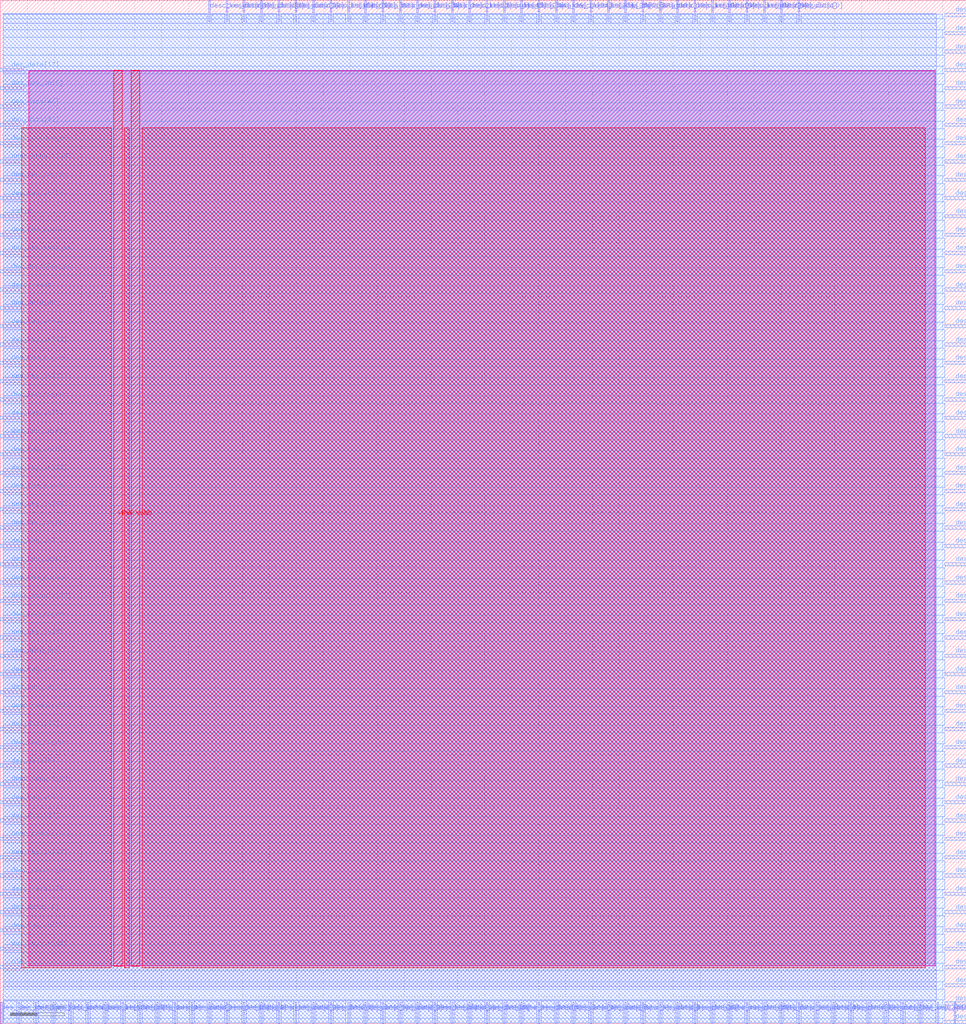
<source format=lef>
VERSION 5.7 ;
  NOWIREEXTENSIONATPIN ON ;
  DIVIDERCHAR "/" ;
  BUSBITCHARS "[]" ;
MACRO des_core
  CLASS BLOCK ;
  FOREIGN des_core ;
  ORIGIN 0.000 0.000 ;
  SIZE 179.400 BY 190.120 ;
  PIN VGND
    DIRECTION INOUT ;
    USE GROUND ;
    PORT
      LAYER met4 ;
        RECT 24.340 10.640 25.940 177.040 ;
    END
  END VGND
  PIN VPWR
    DIRECTION INOUT ;
    USE POWER ;
    PORT
      LAYER met4 ;
        RECT 21.040 10.640 22.640 177.040 ;
    END
  END VPWR
  PIN clk
    DIRECTION INPUT ;
    USE SIGNAL ;
    ANTENNAGATEAREA 0.852000 ;
    PORT
      LAYER met3 ;
        RECT 0.000 10.240 4.000 10.840 ;
    END
  END clk
  PIN des_data[0]
    DIRECTION INPUT ;
    USE SIGNAL ;
    ANTENNAGATEAREA 0.196500 ;
    PORT
      LAYER met2 ;
        RECT 148.210 186.120 148.490 190.120 ;
    END
  END des_data[0]
  PIN des_data[10]
    DIRECTION INPUT ;
    USE SIGNAL ;
    ANTENNAGATEAREA 0.196500 ;
    PORT
      LAYER met2 ;
        RECT 12.970 0.000 13.250 4.000 ;
    END
  END des_data[10]
  PIN des_data[11]
    DIRECTION INPUT ;
    USE SIGNAL ;
    ANTENNAGATEAREA 0.196500 ;
    PORT
      LAYER met2 ;
        RECT 164.310 0.000 164.590 4.000 ;
    END
  END des_data[11]
  PIN des_data[12]
    DIRECTION INPUT ;
    USE SIGNAL ;
    ANTENNAGATEAREA 0.196500 ;
    PORT
      LAYER met2 ;
        RECT 41.950 186.120 42.230 190.120 ;
    END
  END des_data[12]
  PIN des_data[13]
    DIRECTION INPUT ;
    USE SIGNAL ;
    ANTENNAGATEAREA 0.196500 ;
    PORT
      LAYER met3 ;
        RECT 0.000 176.840 4.000 177.440 ;
    END
  END des_data[13]
  PIN des_data[14]
    DIRECTION INPUT ;
    USE SIGNAL ;
    ANTENNAGATEAREA 0.196500 ;
    PORT
      LAYER met2 ;
        RECT 25.850 0.000 26.130 4.000 ;
    END
  END des_data[14]
  PIN des_data[15]
    DIRECTION INPUT ;
    USE SIGNAL ;
    ANTENNAGATEAREA 0.196500 ;
    PORT
      LAYER met2 ;
        RECT 48.390 0.000 48.670 4.000 ;
    END
  END des_data[15]
  PIN des_data[16]
    DIRECTION INPUT ;
    USE SIGNAL ;
    ANTENNAGATEAREA 0.196500 ;
    PORT
      LAYER met3 ;
        RECT 175.400 34.040 179.400 34.640 ;
    END
  END des_data[16]
  PIN des_data[17]
    DIRECTION INPUT ;
    USE SIGNAL ;
    ANTENNAGATEAREA 0.196500 ;
    PORT
      LAYER met3 ;
        RECT 175.400 13.640 179.400 14.240 ;
    END
  END des_data[17]
  PIN des_data[18]
    DIRECTION INPUT ;
    USE SIGNAL ;
    ANTENNAGATEAREA 0.196500 ;
    PORT
      LAYER met2 ;
        RECT 122.450 186.120 122.730 190.120 ;
    END
  END des_data[18]
  PIN des_data[19]
    DIRECTION INPUT ;
    USE SIGNAL ;
    ANTENNAGATEAREA 0.196500 ;
    PORT
      LAYER met2 ;
        RECT 119.230 186.120 119.510 190.120 ;
    END
  END des_data[19]
  PIN des_data[1]
    DIRECTION INPUT ;
    USE SIGNAL ;
    ANTENNAGATEAREA 0.196500 ;
    PORT
      LAYER met3 ;
        RECT 175.400 159.840 179.400 160.440 ;
    END
  END des_data[1]
  PIN des_data[20]
    DIRECTION INPUT ;
    USE SIGNAL ;
    ANTENNAGATEAREA 0.196500 ;
    PORT
      LAYER met2 ;
        RECT 80.590 186.120 80.870 190.120 ;
    END
  END des_data[20]
  PIN des_data[21]
    DIRECTION INPUT ;
    USE SIGNAL ;
    ANTENNAGATEAREA 0.196500 ;
    PORT
      LAYER met2 ;
        RECT 64.490 186.120 64.770 190.120 ;
    END
  END des_data[21]
  PIN des_data[22]
    DIRECTION INPUT ;
    USE SIGNAL ;
    ANTENNAGATEAREA 0.196500 ;
    PORT
      LAYER met2 ;
        RECT 54.830 0.000 55.110 4.000 ;
    END
  END des_data[22]
  PIN des_data[23]
    DIRECTION INPUT ;
    USE SIGNAL ;
    ANTENNAGATEAREA 0.196500 ;
    PORT
      LAYER met2 ;
        RECT 74.150 0.000 74.430 4.000 ;
    END
  END des_data[23]
  PIN des_data[24]
    DIRECTION INPUT ;
    USE SIGNAL ;
    ANTENNAGATEAREA 0.196500 ;
    PORT
      LAYER met3 ;
        RECT 175.400 51.040 179.400 51.640 ;
    END
  END des_data[24]
  PIN des_data[25]
    DIRECTION INPUT ;
    USE SIGNAL ;
    ANTENNAGATEAREA 0.196500 ;
    PORT
      LAYER met3 ;
        RECT 175.400 61.240 179.400 61.840 ;
    END
  END des_data[25]
  PIN des_data[26]
    DIRECTION INPUT ;
    USE SIGNAL ;
    ANTENNAGATEAREA 0.196500 ;
    PORT
      LAYER met2 ;
        RECT 99.910 186.120 100.190 190.120 ;
    END
  END des_data[26]
  PIN des_data[27]
    DIRECTION INPUT ;
    USE SIGNAL ;
    ANTENNAGATEAREA 0.196500 ;
    PORT
      LAYER met2 ;
        RECT 116.010 186.120 116.290 190.120 ;
    END
  END des_data[27]
  PIN des_data[28]
    DIRECTION INPUT ;
    USE SIGNAL ;
    ANTENNAGATEAREA 0.196500 ;
    PORT
      LAYER met2 ;
        RECT 45.170 0.000 45.450 4.000 ;
    END
  END des_data[28]
  PIN des_data[29]
    DIRECTION INPUT ;
    USE SIGNAL ;
    ANTENNAGATEAREA 0.196500 ;
    PORT
      LAYER met2 ;
        RECT 54.830 186.120 55.110 190.120 ;
    END
  END des_data[29]
  PIN des_data[2]
    DIRECTION INPUT ;
    USE SIGNAL ;
    ANTENNAGATEAREA 0.196500 ;
    PORT
      LAYER met2 ;
        RECT 90.250 0.000 90.530 4.000 ;
    END
  END des_data[2]
  PIN des_data[30]
    DIRECTION INPUT ;
    USE SIGNAL ;
    ANTENNAGATEAREA 0.196500 ;
    PORT
      LAYER met2 ;
        RECT 67.710 0.000 67.990 4.000 ;
    END
  END des_data[30]
  PIN des_data[31]
    DIRECTION INPUT ;
    USE SIGNAL ;
    ANTENNAGATEAREA 0.196500 ;
    PORT
      LAYER met2 ;
        RECT 61.270 0.000 61.550 4.000 ;
    END
  END des_data[31]
  PIN des_data[32]
    DIRECTION INPUT ;
    USE SIGNAL ;
    ANTENNAGATEAREA 0.196500 ;
    PORT
      LAYER met3 ;
        RECT 175.400 125.840 179.400 126.440 ;
    END
  END des_data[32]
  PIN des_data[33]
    DIRECTION INPUT ;
    USE SIGNAL ;
    ANTENNAGATEAREA 0.196500 ;
    PORT
      LAYER met3 ;
        RECT 175.400 176.840 179.400 177.440 ;
    END
  END des_data[33]
  PIN des_data[34]
    DIRECTION INPUT ;
    USE SIGNAL ;
    ANTENNAGATEAREA 0.196500 ;
    PORT
      LAYER met3 ;
        RECT 175.400 6.840 179.400 7.440 ;
    END
  END des_data[34]
  PIN des_data[35]
    DIRECTION INPUT ;
    USE SIGNAL ;
    ANTENNAGATEAREA 0.196500 ;
    PORT
      LAYER met2 ;
        RECT 157.870 0.000 158.150 4.000 ;
    END
  END des_data[35]
  PIN des_data[36]
    DIRECTION INPUT ;
    USE SIGNAL ;
    ANTENNAGATEAREA 0.196500 ;
    PORT
      LAYER met3 ;
        RECT 0.000 20.440 4.000 21.040 ;
    END
  END des_data[36]
  PIN des_data[37]
    DIRECTION INPUT ;
    USE SIGNAL ;
    ANTENNAGATEAREA 0.196500 ;
    PORT
      LAYER met3 ;
        RECT 0.000 37.440 4.000 38.040 ;
    END
  END des_data[37]
  PIN des_data[38]
    DIRECTION INPUT ;
    USE SIGNAL ;
    ANTENNAGATEAREA 0.196500 ;
    PORT
      LAYER met2 ;
        RECT 144.990 0.000 145.270 4.000 ;
    END
  END des_data[38]
  PIN des_data[39]
    DIRECTION INPUT ;
    USE SIGNAL ;
    ANTENNAGATEAREA 0.196500 ;
    PORT
      LAYER met2 ;
        RECT 151.430 0.000 151.710 4.000 ;
    END
  END des_data[39]
  PIN des_data[3]
    DIRECTION INPUT ;
    USE SIGNAL ;
    ANTENNAGATEAREA 0.196500 ;
    PORT
      LAYER met2 ;
        RECT 112.790 0.000 113.070 4.000 ;
    END
  END des_data[3]
  PIN des_data[40]
    DIRECTION INPUT ;
    USE SIGNAL ;
    ANTENNAGATEAREA 0.196500 ;
    PORT
      LAYER met2 ;
        RECT 83.810 0.000 84.090 4.000 ;
    END
  END des_data[40]
  PIN des_data[41]
    DIRECTION INPUT ;
    USE SIGNAL ;
    ANTENNAGATEAREA 0.196500 ;
    PORT
      LAYER met2 ;
        RECT 99.910 0.000 100.190 4.000 ;
    END
  END des_data[41]
  PIN des_data[42]
    DIRECTION INPUT ;
    USE SIGNAL ;
    ANTENNAGATEAREA 0.196500 ;
    PORT
      LAYER met3 ;
        RECT 175.400 91.840 179.400 92.440 ;
    END
  END des_data[42]
  PIN des_data[43]
    DIRECTION INPUT ;
    USE SIGNAL ;
    ANTENNAGATEAREA 0.196500 ;
    PORT
      LAYER met3 ;
        RECT 175.400 74.840 179.400 75.440 ;
    END
  END des_data[43]
  PIN des_data[44]
    DIRECTION INPUT ;
    USE SIGNAL ;
    ANTENNAGATEAREA 0.196500 ;
    PORT
      LAYER met2 ;
        RECT 96.690 186.120 96.970 190.120 ;
    END
  END des_data[44]
  PIN des_data[45]
    DIRECTION INPUT ;
    USE SIGNAL ;
    ANTENNAGATEAREA 0.196500 ;
    PORT
      LAYER met2 ;
        RECT 77.370 186.120 77.650 190.120 ;
    END
  END des_data[45]
  PIN des_data[46]
    DIRECTION INPUT ;
    USE SIGNAL ;
    ANTENNAGATEAREA 0.196500 ;
    PORT
      LAYER met3 ;
        RECT 0.000 170.040 4.000 170.640 ;
    END
  END des_data[46]
  PIN des_data[47]
    DIRECTION INPUT ;
    USE SIGNAL ;
    ANTENNAGATEAREA 0.196500 ;
    PORT
      LAYER met3 ;
        RECT 0.000 166.640 4.000 167.240 ;
    END
  END des_data[47]
  PIN des_data[48]
    DIRECTION INPUT ;
    USE SIGNAL ;
    ANTENNAGATEAREA 0.196500 ;
    PORT
      LAYER met2 ;
        RECT 106.350 0.000 106.630 4.000 ;
    END
  END des_data[48]
  PIN des_data[49]
    DIRECTION INPUT ;
    USE SIGNAL ;
    ANTENNAGATEAREA 0.196500 ;
    PORT
      LAYER met2 ;
        RECT 132.110 0.000 132.390 4.000 ;
    END
  END des_data[49]
  PIN des_data[4]
    DIRECTION INPUT ;
    USE SIGNAL ;
    ANTENNAGATEAREA 0.196500 ;
    PORT
      LAYER met2 ;
        RECT 29.070 0.000 29.350 4.000 ;
    END
  END des_data[4]
  PIN des_data[50]
    DIRECTION INPUT ;
    USE SIGNAL ;
    ANTENNAGATEAREA 0.196500 ;
    PORT
      LAYER met3 ;
        RECT 175.400 173.440 179.400 174.040 ;
    END
  END des_data[50]
  PIN des_data[51]
    DIRECTION INPUT ;
    USE SIGNAL ;
    ANTENNAGATEAREA 0.196500 ;
    PORT
      LAYER met3 ;
        RECT 175.400 139.440 179.400 140.040 ;
    END
  END des_data[51]
  PIN des_data[52]
    DIRECTION INPUT ;
    USE SIGNAL ;
    ANTENNAGATEAREA 0.196500 ;
    PORT
      LAYER met2 ;
        RECT 22.630 0.000 22.910 4.000 ;
    END
  END des_data[52]
  PIN des_data[53]
    DIRECTION INPUT ;
    USE SIGNAL ;
    ANTENNAGATEAREA 0.196500 ;
    PORT
      LAYER met3 ;
        RECT 0.000 68.040 4.000 68.640 ;
    END
  END des_data[53]
  PIN des_data[54]
    DIRECTION INPUT ;
    USE SIGNAL ;
    ANTENNAGATEAREA 0.196500 ;
    PORT
      LAYER met3 ;
        RECT 0.000 47.640 4.000 48.240 ;
    END
  END des_data[54]
  PIN des_data[55]
    DIRECTION INPUT ;
    USE SIGNAL ;
    ANTENNAGATEAREA 0.196500 ;
    PORT
      LAYER met3 ;
        RECT 0.000 54.440 4.000 55.040 ;
    END
  END des_data[55]
  PIN des_data[56]
    DIRECTION INPUT ;
    USE SIGNAL ;
    ANTENNAGATEAREA 0.196500 ;
    PORT
      LAYER met2 ;
        RECT 138.550 0.000 138.830 4.000 ;
    END
  END des_data[56]
  PIN des_data[57]
    DIRECTION INPUT ;
    USE SIGNAL ;
    ANTENNAGATEAREA 0.196500 ;
    PORT
      LAYER met2 ;
        RECT 141.770 0.000 142.050 4.000 ;
    END
  END des_data[57]
  PIN des_data[58]
    DIRECTION INPUT ;
    USE SIGNAL ;
    ANTENNAGATEAREA 0.196500 ;
    PORT
      LAYER met2 ;
        RECT 141.770 186.120 142.050 190.120 ;
    END
  END des_data[58]
  PIN des_data[59]
    DIRECTION INPUT ;
    USE SIGNAL ;
    ANTENNAGATEAREA 0.196500 ;
    PORT
      LAYER met2 ;
        RECT 132.110 186.120 132.390 190.120 ;
    END
  END des_data[59]
  PIN des_data[5]
    DIRECTION INPUT ;
    USE SIGNAL ;
    ANTENNAGATEAREA 0.196500 ;
    PORT
      LAYER met2 ;
        RECT 35.510 0.000 35.790 4.000 ;
    END
  END des_data[5]
  PIN des_data[60]
    DIRECTION INPUT ;
    USE SIGNAL ;
    ANTENNAGATEAREA 0.196500 ;
    PORT
      LAYER met2 ;
        RECT 70.930 186.120 71.210 190.120 ;
    END
  END des_data[60]
  PIN des_data[61]
    DIRECTION INPUT ;
    USE SIGNAL ;
    ANTENNAGATEAREA 0.196500 ;
    PORT
      LAYER met2 ;
        RECT 48.390 186.120 48.670 190.120 ;
    END
  END des_data[61]
  PIN des_data[62]
    DIRECTION INPUT ;
    USE SIGNAL ;
    ANTENNAGATEAREA 0.196500 ;
    PORT
      LAYER met2 ;
        RECT 67.710 186.120 67.990 190.120 ;
    END
  END des_data[62]
  PIN des_data[63]
    DIRECTION INPUT ;
    USE SIGNAL ;
    ANTENNAGATEAREA 0.196500 ;
    PORT
      LAYER met3 ;
        RECT 0.000 132.640 4.000 133.240 ;
    END
  END des_data[63]
  PIN des_data[6]
    DIRECTION INPUT ;
    USE SIGNAL ;
    ANTENNAGATEAREA 0.196500 ;
    PORT
      LAYER met2 ;
        RECT 93.470 0.000 93.750 4.000 ;
    END
  END des_data[6]
  PIN des_data[7]
    DIRECTION INPUT ;
    USE SIGNAL ;
    ANTENNAGATEAREA 0.196500 ;
    PORT
      LAYER met2 ;
        RECT 116.010 0.000 116.290 4.000 ;
    END
  END des_data[7]
  PIN des_data[8]
    DIRECTION INPUT ;
    USE SIGNAL ;
    ANTENNAGATEAREA 0.196500 ;
    PORT
      LAYER met2 ;
        RECT 128.890 0.000 129.170 4.000 ;
    END
  END des_data[8]
  PIN des_data[9]
    DIRECTION INPUT ;
    USE SIGNAL ;
    ANTENNAGATEAREA 0.196500 ;
    PORT
      LAYER met2 ;
        RECT 122.450 0.000 122.730 4.000 ;
    END
  END des_data[9]
  PIN des_decipher_en
    DIRECTION INPUT ;
    USE SIGNAL ;
    ANTENNAGATEAREA 0.196500 ;
    PORT
      LAYER met3 ;
        RECT 0.000 139.440 4.000 140.040 ;
    END
  END des_decipher_en
  PIN des_encipher_en
    DIRECTION INPUT ;
    USE SIGNAL ;
    ANTENNAGATEAREA 0.196500 ;
    PORT
      LAYER met3 ;
        RECT 0.000 142.840 4.000 143.440 ;
    END
  END des_encipher_en
  PIN des_key_in[0]
    DIRECTION INPUT ;
    USE SIGNAL ;
    PORT
      LAYER met2 ;
        RECT 6.530 0.000 6.810 4.000 ;
    END
  END des_key_in[0]
  PIN des_key_in[10]
    DIRECTION INPUT ;
    USE SIGNAL ;
    ANTENNAGATEAREA 0.196500 ;
    PORT
      LAYER met3 ;
        RECT 175.400 102.040 179.400 102.640 ;
    END
  END des_key_in[10]
  PIN des_key_in[11]
    DIRECTION INPUT ;
    USE SIGNAL ;
    ANTENNAGATEAREA 0.196500 ;
    PORT
      LAYER met3 ;
        RECT 175.400 166.640 179.400 167.240 ;
    END
  END des_key_in[11]
  PIN des_key_in[12]
    DIRECTION INPUT ;
    USE SIGNAL ;
    ANTENNAGATEAREA 0.196500 ;
    PORT
      LAYER met3 ;
        RECT 0.000 122.440 4.000 123.040 ;
    END
  END des_key_in[12]
  PIN des_key_in[13]
    DIRECTION INPUT ;
    USE SIGNAL ;
    ANTENNAGATEAREA 0.196500 ;
    PORT
      LAYER met3 ;
        RECT 0.000 156.440 4.000 157.040 ;
    END
  END des_key_in[13]
  PIN des_key_in[14]
    DIRECTION INPUT ;
    USE SIGNAL ;
    ANTENNAGATEAREA 0.196500 ;
    PORT
      LAYER met3 ;
        RECT 0.000 64.640 4.000 65.240 ;
    END
  END des_key_in[14]
  PIN des_key_in[15]
    DIRECTION INPUT ;
    USE SIGNAL ;
    ANTENNAGATEAREA 0.196500 ;
    PORT
      LAYER met3 ;
        RECT 0.000 98.640 4.000 99.240 ;
    END
  END des_key_in[15]
  PIN des_key_in[16]
    DIRECTION INPUT ;
    USE SIGNAL ;
    PORT
      LAYER met2 ;
        RECT 9.750 0.000 10.030 4.000 ;
    END
  END des_key_in[16]
  PIN des_key_in[17]
    DIRECTION INPUT ;
    USE SIGNAL ;
    ANTENNAGATEAREA 0.196500 ;
    PORT
      LAYER met3 ;
        RECT 175.400 95.240 179.400 95.840 ;
    END
  END des_key_in[17]
  PIN des_key_in[18]
    DIRECTION INPUT ;
    USE SIGNAL ;
    ANTENNAGATEAREA 0.196500 ;
    PORT
      LAYER met3 ;
        RECT 175.400 170.040 179.400 170.640 ;
    END
  END des_key_in[18]
  PIN des_key_in[19]
    DIRECTION INPUT ;
    USE SIGNAL ;
    ANTENNAGATEAREA 0.196500 ;
    PORT
      LAYER met3 ;
        RECT 175.400 187.040 179.400 187.640 ;
    END
  END des_key_in[19]
  PIN des_key_in[1]
    DIRECTION INPUT ;
    USE SIGNAL ;
    ANTENNAGATEAREA 0.196500 ;
    PORT
      LAYER met3 ;
        RECT 175.400 68.040 179.400 68.640 ;
    END
  END des_key_in[1]
  PIN des_key_in[20]
    DIRECTION INPUT ;
    USE SIGNAL ;
    ANTENNAGATEAREA 0.196500 ;
    PORT
      LAYER met3 ;
        RECT 0.000 153.040 4.000 153.640 ;
    END
  END des_key_in[20]
  PIN des_key_in[21]
    DIRECTION INPUT ;
    USE SIGNAL ;
    ANTENNAGATEAREA 0.196500 ;
    PORT
      LAYER met3 ;
        RECT 0.000 119.040 4.000 119.640 ;
    END
  END des_key_in[21]
  PIN des_key_in[22]
    DIRECTION INPUT ;
    USE SIGNAL ;
    ANTENNAGATEAREA 0.196500 ;
    PORT
      LAYER met3 ;
        RECT 0.000 17.040 4.000 17.640 ;
    END
  END des_key_in[22]
  PIN des_key_in[23]
    DIRECTION INPUT ;
    USE SIGNAL ;
    ANTENNAGATEAREA 0.196500 ;
    PORT
      LAYER met3 ;
        RECT 0.000 61.240 4.000 61.840 ;
    END
  END des_key_in[23]
  PIN des_key_in[24]
    DIRECTION INPUT ;
    USE SIGNAL ;
    PORT
      LAYER met2 ;
        RECT 170.750 0.000 171.030 4.000 ;
    END
  END des_key_in[24]
  PIN des_key_in[25]
    DIRECTION INPUT ;
    USE SIGNAL ;
    ANTENNAGATEAREA 0.196500 ;
    PORT
      LAYER met3 ;
        RECT 175.400 0.040 179.400 0.640 ;
    END
  END des_key_in[25]
  PIN des_key_in[26]
    DIRECTION INPUT ;
    USE SIGNAL ;
    ANTENNAGATEAREA 0.196500 ;
    PORT
      LAYER met2 ;
        RECT 112.790 186.120 113.070 190.120 ;
    END
  END des_key_in[26]
  PIN des_key_in[27]
    DIRECTION INPUT ;
    USE SIGNAL ;
    ANTENNAGATEAREA 0.196500 ;
    PORT
      LAYER met3 ;
        RECT 175.400 180.240 179.400 180.840 ;
    END
  END des_key_in[27]
  PIN des_key_in[28]
    DIRECTION INPUT ;
    USE SIGNAL ;
    ANTENNAGATEAREA 0.196500 ;
    PORT
      LAYER met3 ;
        RECT 0.000 102.040 4.000 102.640 ;
    END
  END des_key_in[28]
  PIN des_key_in[29]
    DIRECTION INPUT ;
    USE SIGNAL ;
    ANTENNAGATEAREA 0.196500 ;
    PORT
      LAYER met3 ;
        RECT 0.000 115.640 4.000 116.240 ;
    END
  END des_key_in[29]
  PIN des_key_in[2]
    DIRECTION INPUT ;
    USE SIGNAL ;
    ANTENNAGATEAREA 0.196500 ;
    PORT
      LAYER met3 ;
        RECT 175.400 112.240 179.400 112.840 ;
    END
  END des_key_in[2]
  PIN des_key_in[30]
    DIRECTION INPUT ;
    USE SIGNAL ;
    ANTENNAGATEAREA 0.196500 ;
    PORT
      LAYER met3 ;
        RECT 0.000 81.640 4.000 82.240 ;
    END
  END des_key_in[30]
  PIN des_key_in[31]
    DIRECTION INPUT ;
    USE SIGNAL ;
    ANTENNAGATEAREA 0.196500 ;
    PORT
      LAYER met3 ;
        RECT 0.000 88.440 4.000 89.040 ;
    END
  END des_key_in[31]
  PIN des_key_in[32]
    DIRECTION INPUT ;
    USE SIGNAL ;
    PORT
      LAYER met2 ;
        RECT 167.530 0.000 167.810 4.000 ;
    END
  END des_key_in[32]
  PIN des_key_in[33]
    DIRECTION INPUT ;
    USE SIGNAL ;
    ANTENNAGATEAREA 0.196500 ;
    PORT
      LAYER met3 ;
        RECT 175.400 88.440 179.400 89.040 ;
    END
  END des_key_in[33]
  PIN des_key_in[34]
    DIRECTION INPUT ;
    USE SIGNAL ;
    ANTENNAGATEAREA 0.196500 ;
    PORT
      LAYER met2 ;
        RECT 103.130 186.120 103.410 190.120 ;
    END
  END des_key_in[34]
  PIN des_key_in[35]
    DIRECTION INPUT ;
    USE SIGNAL ;
    ANTENNAGATEAREA 0.196500 ;
    PORT
      LAYER met3 ;
        RECT 175.400 183.640 179.400 184.240 ;
    END
  END des_key_in[35]
  PIN des_key_in[36]
    DIRECTION INPUT ;
    USE SIGNAL ;
    ANTENNAGATEAREA 0.196500 ;
    PORT
      LAYER met3 ;
        RECT 175.400 85.040 179.400 85.640 ;
    END
  END des_key_in[36]
  PIN des_key_in[37]
    DIRECTION INPUT ;
    USE SIGNAL ;
    ANTENNAGATEAREA 0.196500 ;
    PORT
      LAYER met3 ;
        RECT 0.000 146.240 4.000 146.840 ;
    END
  END des_key_in[37]
  PIN des_key_in[38]
    DIRECTION INPUT ;
    USE SIGNAL ;
    ANTENNAGATEAREA 0.196500 ;
    PORT
      LAYER met3 ;
        RECT 0.000 91.840 4.000 92.440 ;
    END
  END des_key_in[38]
  PIN des_key_in[39]
    DIRECTION INPUT ;
    USE SIGNAL ;
    ANTENNAGATEAREA 0.196500 ;
    PORT
      LAYER met3 ;
        RECT 0.000 51.040 4.000 51.640 ;
    END
  END des_key_in[39]
  PIN des_key_in[3]
    DIRECTION INPUT ;
    USE SIGNAL ;
    ANTENNAGATEAREA 0.196500 ;
    PORT
      LAYER met3 ;
        RECT 175.400 146.240 179.400 146.840 ;
    END
  END des_key_in[3]
  PIN des_key_in[40]
    DIRECTION INPUT ;
    USE SIGNAL ;
    PORT
      LAYER met2 ;
        RECT 177.190 0.000 177.470 4.000 ;
    END
  END des_key_in[40]
  PIN des_key_in[41]
    DIRECTION INPUT ;
    USE SIGNAL ;
    ANTENNAGATEAREA 0.196500 ;
    PORT
      LAYER met3 ;
        RECT 175.400 3.440 179.400 4.040 ;
    END
  END des_key_in[41]
  PIN des_key_in[42]
    DIRECTION INPUT ;
    USE SIGNAL ;
    ANTENNAGATEAREA 0.196500 ;
    PORT
      LAYER met3 ;
        RECT 175.400 119.040 179.400 119.640 ;
    END
  END des_key_in[42]
  PIN des_key_in[43]
    DIRECTION INPUT ;
    USE SIGNAL ;
    ANTENNAGATEAREA 0.196500 ;
    PORT
      LAYER met3 ;
        RECT 175.400 105.440 179.400 106.040 ;
    END
  END des_key_in[43]
  PIN des_key_in[44]
    DIRECTION INPUT ;
    USE SIGNAL ;
    ANTENNAGATEAREA 0.196500 ;
    PORT
      LAYER met3 ;
        RECT 175.400 78.240 179.400 78.840 ;
    END
  END des_key_in[44]
  PIN des_key_in[45]
    DIRECTION INPUT ;
    USE SIGNAL ;
    ANTENNAGATEAREA 0.196500 ;
    PORT
      LAYER met3 ;
        RECT 0.000 108.840 4.000 109.440 ;
    END
  END des_key_in[45]
  PIN des_key_in[46]
    DIRECTION INPUT ;
    USE SIGNAL ;
    ANTENNAGATEAREA 0.196500 ;
    PORT
      LAYER met3 ;
        RECT 0.000 74.840 4.000 75.440 ;
    END
  END des_key_in[46]
  PIN des_key_in[47]
    DIRECTION INPUT ;
    USE SIGNAL ;
    ANTENNAGATEAREA 0.196500 ;
    PORT
      LAYER met3 ;
        RECT 0.000 30.640 4.000 31.240 ;
    END
  END des_key_in[47]
  PIN des_key_in[48]
    DIRECTION INPUT ;
    USE SIGNAL ;
    PORT
      LAYER met2 ;
        RECT 173.970 0.000 174.250 4.000 ;
    END
  END des_key_in[48]
  PIN des_key_in[49]
    DIRECTION INPUT ;
    USE SIGNAL ;
    ANTENNAGATEAREA 0.196500 ;
    PORT
      LAYER met3 ;
        RECT 175.400 30.640 179.400 31.240 ;
    END
  END des_key_in[49]
  PIN des_key_in[4]
    DIRECTION INPUT ;
    USE SIGNAL ;
    ANTENNAGATEAREA 0.196500 ;
    PORT
      LAYER met3 ;
        RECT 0.000 129.240 4.000 129.840 ;
    END
  END des_key_in[4]
  PIN des_key_in[50]
    DIRECTION INPUT ;
    USE SIGNAL ;
    ANTENNAGATEAREA 0.196500 ;
    PORT
      LAYER met3 ;
        RECT 175.400 142.840 179.400 143.440 ;
    END
  END des_key_in[50]
  PIN des_key_in[51]
    DIRECTION INPUT ;
    USE SIGNAL ;
    ANTENNAGATEAREA 0.196500 ;
    PORT
      LAYER met3 ;
        RECT 175.400 115.640 179.400 116.240 ;
    END
  END des_key_in[51]
  PIN des_key_in[52]
    DIRECTION INPUT ;
    USE SIGNAL ;
    ANTENNAGATEAREA 0.196500 ;
    PORT
      LAYER met3 ;
        RECT 175.400 132.640 179.400 133.240 ;
    END
  END des_key_in[52]
  PIN des_key_in[53]
    DIRECTION INPUT ;
    USE SIGNAL ;
    ANTENNAGATEAREA 0.196500 ;
    PORT
      LAYER met3 ;
        RECT 0.000 125.840 4.000 126.440 ;
    END
  END des_key_in[53]
  PIN des_key_in[54]
    DIRECTION INPUT ;
    USE SIGNAL ;
    ANTENNAGATEAREA 0.196500 ;
    PORT
      LAYER met3 ;
        RECT 0.000 13.640 4.000 14.240 ;
    END
  END des_key_in[54]
  PIN des_key_in[55]
    DIRECTION INPUT ;
    USE SIGNAL ;
    ANTENNAGATEAREA 0.196500 ;
    PORT
      LAYER met3 ;
        RECT 0.000 95.240 4.000 95.840 ;
    END
  END des_key_in[55]
  PIN des_key_in[56]
    DIRECTION INPUT ;
    USE SIGNAL ;
    PORT
      LAYER met2 ;
        RECT 0.090 0.000 0.370 4.000 ;
    END
  END des_key_in[56]
  PIN des_key_in[57]
    DIRECTION INPUT ;
    USE SIGNAL ;
    ANTENNAGATEAREA 0.196500 ;
    PORT
      LAYER met3 ;
        RECT 175.400 17.040 179.400 17.640 ;
    END
  END des_key_in[57]
  PIN des_key_in[58]
    DIRECTION INPUT ;
    USE SIGNAL ;
    ANTENNAGATEAREA 0.196500 ;
    PORT
      LAYER met3 ;
        RECT 175.400 129.240 179.400 129.840 ;
    END
  END des_key_in[58]
  PIN des_key_in[59]
    DIRECTION INPUT ;
    USE SIGNAL ;
    ANTENNAGATEAREA 0.196500 ;
    PORT
      LAYER met3 ;
        RECT 175.400 98.640 179.400 99.240 ;
    END
  END des_key_in[59]
  PIN des_key_in[5]
    DIRECTION INPUT ;
    USE SIGNAL ;
    ANTENNAGATEAREA 0.196500 ;
    PORT
      LAYER met3 ;
        RECT 0.000 173.440 4.000 174.040 ;
    END
  END des_key_in[5]
  PIN des_key_in[60]
    DIRECTION INPUT ;
    USE SIGNAL ;
    ANTENNAGATEAREA 0.196500 ;
    PORT
      LAYER met3 ;
        RECT 175.400 71.440 179.400 72.040 ;
    END
  END des_key_in[60]
  PIN des_key_in[61]
    DIRECTION INPUT ;
    USE SIGNAL ;
    ANTENNAGATEAREA 0.196500 ;
    PORT
      LAYER met3 ;
        RECT 0.000 112.240 4.000 112.840 ;
    END
  END des_key_in[61]
  PIN des_key_in[62]
    DIRECTION INPUT ;
    USE SIGNAL ;
    ANTENNAGATEAREA 0.196500 ;
    PORT
      LAYER met3 ;
        RECT 0.000 105.440 4.000 106.040 ;
    END
  END des_key_in[62]
  PIN des_key_in[63]
    DIRECTION INPUT ;
    USE SIGNAL ;
    ANTENNAGATEAREA 0.196500 ;
    PORT
      LAYER met3 ;
        RECT 0.000 85.040 4.000 85.640 ;
    END
  END des_key_in[63]
  PIN des_key_in[6]
    DIRECTION INPUT ;
    USE SIGNAL ;
    ANTENNAGATEAREA 0.196500 ;
    PORT
      LAYER met3 ;
        RECT 0.000 71.440 4.000 72.040 ;
    END
  END des_key_in[6]
  PIN des_key_in[7]
    DIRECTION INPUT ;
    USE SIGNAL ;
    ANTENNAGATEAREA 0.196500 ;
    PORT
      LAYER met3 ;
        RECT 0.000 40.840 4.000 41.440 ;
    END
  END des_key_in[7]
  PIN des_key_in[8]
    DIRECTION INPUT ;
    USE SIGNAL ;
    PORT
      LAYER met2 ;
        RECT 3.310 0.000 3.590 4.000 ;
    END
  END des_key_in[8]
  PIN des_key_in[9]
    DIRECTION INPUT ;
    USE SIGNAL ;
    ANTENNAGATEAREA 0.196500 ;
    PORT
      LAYER met3 ;
        RECT 175.400 149.640 179.400 150.240 ;
    END
  END des_key_in[9]
  PIN desc_ready
    DIRECTION OUTPUT ;
    USE SIGNAL ;
    ANTENNADIFFAREA 0.891000 ;
    PORT
      LAYER met3 ;
        RECT 0.000 136.040 4.000 136.640 ;
    END
  END desc_ready
  PIN desc_result[0]
    DIRECTION OUTPUT ;
    USE SIGNAL ;
    ANTENNADIFFAREA 0.891000 ;
    PORT
      LAYER met3 ;
        RECT 175.400 153.040 179.400 153.640 ;
    END
  END desc_result[0]
  PIN desc_result[10]
    DIRECTION OUTPUT ;
    USE SIGNAL ;
    ANTENNADIFFAREA 0.891000 ;
    PORT
      LAYER met2 ;
        RECT 96.690 0.000 96.970 4.000 ;
    END
  END desc_result[10]
  PIN desc_result[11]
    DIRECTION OUTPUT ;
    USE SIGNAL ;
    ANTENNADIFFAREA 0.891000 ;
    PORT
      LAYER met2 ;
        RECT 87.030 0.000 87.310 4.000 ;
    END
  END desc_result[11]
  PIN desc_result[12]
    DIRECTION OUTPUT ;
    USE SIGNAL ;
    ANTENNADIFFAREA 0.891000 ;
    PORT
      LAYER met2 ;
        RECT 51.610 186.120 51.890 190.120 ;
    END
  END desc_result[12]
  PIN desc_result[13]
    DIRECTION OUTPUT ;
    USE SIGNAL ;
    ANTENNADIFFAREA 0.891000 ;
    PORT
      LAYER met2 ;
        RECT 58.050 186.120 58.330 190.120 ;
    END
  END desc_result[13]
  PIN desc_result[14]
    DIRECTION OUTPUT ;
    USE SIGNAL ;
    ANTENNADIFFAREA 0.891000 ;
    PORT
      LAYER met2 ;
        RECT 41.950 0.000 42.230 4.000 ;
    END
  END desc_result[14]
  PIN desc_result[15]
    DIRECTION OUTPUT ;
    USE SIGNAL ;
    ANTENNADIFFAREA 0.891000 ;
    PORT
      LAYER met2 ;
        RECT 38.730 0.000 39.010 4.000 ;
    END
  END desc_result[15]
  PIN desc_result[16]
    DIRECTION OUTPUT ;
    USE SIGNAL ;
    ANTENNADIFFAREA 0.891000 ;
    PORT
      LAYER met3 ;
        RECT 175.400 40.840 179.400 41.440 ;
    END
  END desc_result[16]
  PIN desc_result[17]
    DIRECTION OUTPUT ;
    USE SIGNAL ;
    ANTENNADIFFAREA 0.891000 ;
    PORT
      LAYER met3 ;
        RECT 175.400 37.440 179.400 38.040 ;
    END
  END desc_result[17]
  PIN desc_result[18]
    DIRECTION OUTPUT ;
    USE SIGNAL ;
    ANTENNADIFFAREA 0.891000 ;
    PORT
      LAYER met2 ;
        RECT 128.890 186.120 129.170 190.120 ;
    END
  END desc_result[18]
  PIN desc_result[19]
    DIRECTION OUTPUT ;
    USE SIGNAL ;
    ANTENNADIFFAREA 0.891000 ;
    PORT
      LAYER met2 ;
        RECT 125.670 186.120 125.950 190.120 ;
    END
  END desc_result[19]
  PIN desc_result[1]
    DIRECTION OUTPUT ;
    USE SIGNAL ;
    ANTENNADIFFAREA 0.891000 ;
    PORT
      LAYER met2 ;
        RECT 144.990 186.120 145.270 190.120 ;
    END
  END desc_result[1]
  PIN desc_result[20]
    DIRECTION OUTPUT ;
    USE SIGNAL ;
    ANTENNADIFFAREA 0.891000 ;
    PORT
      LAYER met2 ;
        RECT 93.470 186.120 93.750 190.120 ;
    END
  END desc_result[20]
  PIN desc_result[21]
    DIRECTION OUTPUT ;
    USE SIGNAL ;
    ANTENNADIFFAREA 0.891000 ;
    PORT
      LAYER met2 ;
        RECT 74.150 186.120 74.430 190.120 ;
    END
  END desc_result[21]
  PIN desc_result[22]
    DIRECTION OUTPUT ;
    USE SIGNAL ;
    ANTENNADIFFAREA 0.891000 ;
    PORT
      LAYER met2 ;
        RECT 77.370 0.000 77.650 4.000 ;
    END
  END desc_result[22]
  PIN desc_result[23]
    DIRECTION OUTPUT ;
    USE SIGNAL ;
    ANTENNADIFFAREA 0.891000 ;
    PORT
      LAYER met2 ;
        RECT 58.050 0.000 58.330 4.000 ;
    END
  END desc_result[23]
  PIN desc_result[24]
    DIRECTION OUTPUT ;
    USE SIGNAL ;
    ANTENNADIFFAREA 0.891000 ;
    PORT
      LAYER met3 ;
        RECT 175.400 23.840 179.400 24.440 ;
    END
  END desc_result[24]
  PIN desc_result[25]
    DIRECTION OUTPUT ;
    USE SIGNAL ;
    ANTENNADIFFAREA 0.891000 ;
    PORT
      LAYER met3 ;
        RECT 175.400 54.440 179.400 55.040 ;
    END
  END desc_result[25]
  PIN desc_result[26]
    DIRECTION OUTPUT ;
    USE SIGNAL ;
    ANTENNADIFFAREA 0.891000 ;
    PORT
      LAYER met2 ;
        RECT 109.570 186.120 109.850 190.120 ;
    END
  END desc_result[26]
  PIN desc_result[27]
    DIRECTION OUTPUT ;
    USE SIGNAL ;
    ANTENNADIFFAREA 0.891000 ;
    PORT
      LAYER met2 ;
        RECT 106.350 186.120 106.630 190.120 ;
    END
  END desc_result[27]
  PIN desc_result[28]
    DIRECTION OUTPUT ;
    USE SIGNAL ;
    ANTENNADIFFAREA 0.891000 ;
    PORT
      LAYER met2 ;
        RECT 51.610 0.000 51.890 4.000 ;
    END
  END desc_result[28]
  PIN desc_result[29]
    DIRECTION OUTPUT ;
    USE SIGNAL ;
    ANTENNADIFFAREA 0.891000 ;
    PORT
      LAYER met3 ;
        RECT 0.000 78.240 4.000 78.840 ;
    END
  END desc_result[29]
  PIN desc_result[2]
    DIRECTION OUTPUT ;
    USE SIGNAL ;
    ANTENNADIFFAREA 0.891000 ;
    PORT
      LAYER met2 ;
        RECT 109.570 0.000 109.850 4.000 ;
    END
  END desc_result[2]
  PIN desc_result[30]
    DIRECTION OUTPUT ;
    USE SIGNAL ;
    ANTENNADIFFAREA 0.891000 ;
    PORT
      LAYER met2 ;
        RECT 70.930 0.000 71.210 4.000 ;
    END
  END desc_result[30]
  PIN desc_result[31]
    DIRECTION OUTPUT ;
    USE SIGNAL ;
    ANTENNADIFFAREA 0.891000 ;
    PORT
      LAYER met2 ;
        RECT 64.490 0.000 64.770 4.000 ;
    END
  END desc_result[31]
  PIN desc_result[32]
    DIRECTION OUTPUT ;
    USE SIGNAL ;
    ANTENNADIFFAREA 0.891000 ;
    PORT
      LAYER met3 ;
        RECT 175.400 122.440 179.400 123.040 ;
    END
  END desc_result[32]
  PIN desc_result[33]
    DIRECTION OUTPUT ;
    USE SIGNAL ;
    ANTENNADIFFAREA 0.891000 ;
    PORT
      LAYER met3 ;
        RECT 175.400 163.240 179.400 163.840 ;
    END
  END desc_result[33]
  PIN desc_result[34]
    DIRECTION OUTPUT ;
    USE SIGNAL ;
    ANTENNADIFFAREA 0.891000 ;
    PORT
      LAYER met2 ;
        RECT 148.210 0.000 148.490 4.000 ;
    END
  END desc_result[34]
  PIN desc_result[35]
    DIRECTION OUTPUT ;
    USE SIGNAL ;
    ANTENNADIFFAREA 0.891000 ;
    PORT
      LAYER met3 ;
        RECT 175.400 20.440 179.400 21.040 ;
    END
  END desc_result[35]
  PIN desc_result[36]
    DIRECTION OUTPUT ;
    USE SIGNAL ;
    ANTENNADIFFAREA 0.891000 ;
    PORT
      LAYER met3 ;
        RECT 0.000 34.040 4.000 34.640 ;
    END
  END desc_result[36]
  PIN desc_result[37]
    DIRECTION OUTPUT ;
    USE SIGNAL ;
    ANTENNADIFFAREA 0.891000 ;
    PORT
      LAYER met3 ;
        RECT 0.000 44.240 4.000 44.840 ;
    END
  END desc_result[37]
  PIN desc_result[38]
    DIRECTION OUTPUT ;
    USE SIGNAL ;
    ANTENNADIFFAREA 0.891000 ;
    PORT
      LAYER met2 ;
        RECT 161.090 0.000 161.370 4.000 ;
    END
  END desc_result[38]
  PIN desc_result[39]
    DIRECTION OUTPUT ;
    USE SIGNAL ;
    ANTENNADIFFAREA 0.891000 ;
    PORT
      LAYER met2 ;
        RECT 125.670 0.000 125.950 4.000 ;
    END
  END desc_result[39]
  PIN desc_result[3]
    DIRECTION OUTPUT ;
    USE SIGNAL ;
    ANTENNADIFFAREA 0.891000 ;
    PORT
      LAYER met2 ;
        RECT 119.230 0.000 119.510 4.000 ;
    END
  END desc_result[3]
  PIN desc_result[40]
    DIRECTION OUTPUT ;
    USE SIGNAL ;
    ANTENNADIFFAREA 0.891000 ;
    PORT
      LAYER met2 ;
        RECT 135.330 0.000 135.610 4.000 ;
    END
  END desc_result[40]
  PIN desc_result[41]
    DIRECTION OUTPUT ;
    USE SIGNAL ;
    ANTENNADIFFAREA 0.891000 ;
    PORT
      LAYER met2 ;
        RECT 80.590 0.000 80.870 4.000 ;
    END
  END desc_result[41]
  PIN desc_result[42]
    DIRECTION OUTPUT ;
    USE SIGNAL ;
    ANTENNADIFFAREA 0.891000 ;
    PORT
      LAYER met3 ;
        RECT 175.400 81.640 179.400 82.240 ;
    END
  END desc_result[42]
  PIN desc_result[43]
    DIRECTION OUTPUT ;
    USE SIGNAL ;
    ANTENNADIFFAREA 0.891000 ;
    PORT
      LAYER met3 ;
        RECT 175.400 108.840 179.400 109.440 ;
    END
  END desc_result[43]
  PIN desc_result[44]
    DIRECTION OUTPUT ;
    USE SIGNAL ;
    ANTENNADIFFAREA 0.891000 ;
    PORT
      LAYER met2 ;
        RECT 87.030 186.120 87.310 190.120 ;
    END
  END desc_result[44]
  PIN desc_result[45]
    DIRECTION OUTPUT ;
    USE SIGNAL ;
    ANTENNADIFFAREA 0.891000 ;
    PORT
      LAYER met2 ;
        RECT 90.250 186.120 90.530 190.120 ;
    END
  END desc_result[45]
  PIN desc_result[46]
    DIRECTION OUTPUT ;
    USE SIGNAL ;
    ANTENNADIFFAREA 0.891000 ;
    PORT
      LAYER met3 ;
        RECT 0.000 159.840 4.000 160.440 ;
    END
  END desc_result[46]
  PIN desc_result[47]
    DIRECTION OUTPUT ;
    USE SIGNAL ;
    ANTENNADIFFAREA 0.891000 ;
    PORT
      LAYER met3 ;
        RECT 0.000 163.240 4.000 163.840 ;
    END
  END desc_result[47]
  PIN desc_result[48]
    DIRECTION OUTPUT ;
    USE SIGNAL ;
    ANTENNADIFFAREA 0.891000 ;
    PORT
      LAYER met2 ;
        RECT 103.130 0.000 103.410 4.000 ;
    END
  END desc_result[48]
  PIN desc_result[49]
    DIRECTION OUTPUT ;
    USE SIGNAL ;
    ANTENNADIFFAREA 0.891000 ;
    PORT
      LAYER met2 ;
        RECT 154.650 0.000 154.930 4.000 ;
    END
  END desc_result[49]
  PIN desc_result[4]
    DIRECTION OUTPUT ;
    USE SIGNAL ;
    ANTENNADIFFAREA 0.891000 ;
    PORT
      LAYER met2 ;
        RECT 32.290 0.000 32.570 4.000 ;
    END
  END desc_result[4]
  PIN desc_result[50]
    DIRECTION OUTPUT ;
    USE SIGNAL ;
    ANTENNADIFFAREA 0.891000 ;
    PORT
      LAYER met3 ;
        RECT 175.400 136.040 179.400 136.640 ;
    END
  END desc_result[50]
  PIN desc_result[51]
    DIRECTION OUTPUT ;
    USE SIGNAL ;
    ANTENNADIFFAREA 0.891000 ;
    PORT
      LAYER met3 ;
        RECT 175.400 156.440 179.400 157.040 ;
    END
  END desc_result[51]
  PIN desc_result[52]
    DIRECTION OUTPUT ;
    USE SIGNAL ;
    ANTENNADIFFAREA 0.891000 ;
    PORT
      LAYER met2 ;
        RECT 16.190 0.000 16.470 4.000 ;
    END
  END desc_result[52]
  PIN desc_result[53]
    DIRECTION OUTPUT ;
    USE SIGNAL ;
    ANTENNADIFFAREA 0.891000 ;
    PORT
      LAYER met2 ;
        RECT 19.410 0.000 19.690 4.000 ;
    END
  END desc_result[53]
  PIN desc_result[54]
    DIRECTION OUTPUT ;
    USE SIGNAL ;
    ANTENNADIFFAREA 0.891000 ;
    PORT
      LAYER met3 ;
        RECT 0.000 27.240 4.000 27.840 ;
    END
  END desc_result[54]
  PIN desc_result[55]
    DIRECTION OUTPUT ;
    USE SIGNAL ;
    ANTENNADIFFAREA 0.891000 ;
    PORT
      LAYER met3 ;
        RECT 0.000 57.840 4.000 58.440 ;
    END
  END desc_result[55]
  PIN desc_result[56]
    DIRECTION OUTPUT ;
    USE SIGNAL ;
    ANTENNADIFFAREA 0.891000 ;
    PORT
      LAYER met3 ;
        RECT 175.400 47.640 179.400 48.240 ;
    END
  END desc_result[56]
  PIN desc_result[57]
    DIRECTION OUTPUT ;
    USE SIGNAL ;
    ANTENNADIFFAREA 0.891000 ;
    PORT
      LAYER met3 ;
        RECT 175.400 44.240 179.400 44.840 ;
    END
  END desc_result[57]
  PIN desc_result[58]
    DIRECTION OUTPUT ;
    USE SIGNAL ;
    ANTENNADIFFAREA 0.891000 ;
    PORT
      LAYER met2 ;
        RECT 138.550 186.120 138.830 190.120 ;
    END
  END desc_result[58]
  PIN desc_result[59]
    DIRECTION OUTPUT ;
    USE SIGNAL ;
    ANTENNADIFFAREA 0.891000 ;
    PORT
      LAYER met2 ;
        RECT 135.330 186.120 135.610 190.120 ;
    END
  END desc_result[59]
  PIN desc_result[5]
    DIRECTION OUTPUT ;
    USE SIGNAL ;
    ANTENNADIFFAREA 0.891000 ;
    PORT
      LAYER met3 ;
        RECT 0.000 23.840 4.000 24.440 ;
    END
  END desc_result[5]
  PIN desc_result[60]
    DIRECTION OUTPUT ;
    USE SIGNAL ;
    ANTENNADIFFAREA 0.891000 ;
    PORT
      LAYER met2 ;
        RECT 45.170 186.120 45.450 190.120 ;
    END
  END desc_result[60]
  PIN desc_result[61]
    DIRECTION OUTPUT ;
    USE SIGNAL ;
    ANTENNADIFFAREA 0.891000 ;
    PORT
      LAYER met2 ;
        RECT 83.810 186.120 84.090 190.120 ;
    END
  END desc_result[61]
  PIN desc_result[62]
    DIRECTION OUTPUT ;
    USE SIGNAL ;
    ANTENNADIFFAREA 0.891000 ;
    PORT
      LAYER met2 ;
        RECT 38.730 186.120 39.010 190.120 ;
    END
  END desc_result[62]
  PIN desc_result[63]
    DIRECTION OUTPUT ;
    USE SIGNAL ;
    ANTENNADIFFAREA 0.891000 ;
    PORT
      LAYER met2 ;
        RECT 61.270 186.120 61.550 190.120 ;
    END
  END desc_result[63]
  PIN desc_result[6]
    DIRECTION OUTPUT ;
    USE SIGNAL ;
    ANTENNADIFFAREA 0.891000 ;
    PORT
      LAYER met3 ;
        RECT 175.400 27.240 179.400 27.840 ;
    END
  END desc_result[6]
  PIN desc_result[7]
    DIRECTION OUTPUT ;
    USE SIGNAL ;
    ANTENNADIFFAREA 0.891000 ;
    PORT
      LAYER met3 ;
        RECT 175.400 10.240 179.400 10.840 ;
    END
  END desc_result[7]
  PIN desc_result[8]
    DIRECTION OUTPUT ;
    USE SIGNAL ;
    ANTENNADIFFAREA 0.891000 ;
    PORT
      LAYER met3 ;
        RECT 175.400 64.640 179.400 65.240 ;
    END
  END desc_result[8]
  PIN desc_result[9]
    DIRECTION OUTPUT ;
    USE SIGNAL ;
    ANTENNADIFFAREA 0.891000 ;
    PORT
      LAYER met3 ;
        RECT 175.400 57.840 179.400 58.440 ;
    END
  END desc_result[9]
  PIN rst_n
    DIRECTION INPUT ;
    USE SIGNAL ;
    ANTENNAGATEAREA 0.213000 ;
    PORT
      LAYER met3 ;
        RECT 0.000 149.640 4.000 150.240 ;
    END
  END rst_n
  OBS
      LAYER nwell ;
        RECT 5.330 10.795 173.610 176.990 ;
      LAYER li1 ;
        RECT 5.520 10.795 173.420 176.885 ;
      LAYER met1 ;
        RECT 0.530 6.840 173.810 177.040 ;
      LAYER met2 ;
        RECT 0.550 185.840 38.450 187.525 ;
        RECT 39.290 185.840 41.670 187.525 ;
        RECT 42.510 185.840 44.890 187.525 ;
        RECT 45.730 185.840 48.110 187.525 ;
        RECT 48.950 185.840 51.330 187.525 ;
        RECT 52.170 185.840 54.550 187.525 ;
        RECT 55.390 185.840 57.770 187.525 ;
        RECT 58.610 185.840 60.990 187.525 ;
        RECT 61.830 185.840 64.210 187.525 ;
        RECT 65.050 185.840 67.430 187.525 ;
        RECT 68.270 185.840 70.650 187.525 ;
        RECT 71.490 185.840 73.870 187.525 ;
        RECT 74.710 185.840 77.090 187.525 ;
        RECT 77.930 185.840 80.310 187.525 ;
        RECT 81.150 185.840 83.530 187.525 ;
        RECT 84.370 185.840 86.750 187.525 ;
        RECT 87.590 185.840 89.970 187.525 ;
        RECT 90.810 185.840 93.190 187.525 ;
        RECT 94.030 185.840 96.410 187.525 ;
        RECT 97.250 185.840 99.630 187.525 ;
        RECT 100.470 185.840 102.850 187.525 ;
        RECT 103.690 185.840 106.070 187.525 ;
        RECT 106.910 185.840 109.290 187.525 ;
        RECT 110.130 185.840 112.510 187.525 ;
        RECT 113.350 185.840 115.730 187.525 ;
        RECT 116.570 185.840 118.950 187.525 ;
        RECT 119.790 185.840 122.170 187.525 ;
        RECT 123.010 185.840 125.390 187.525 ;
        RECT 126.230 185.840 128.610 187.525 ;
        RECT 129.450 185.840 131.830 187.525 ;
        RECT 132.670 185.840 135.050 187.525 ;
        RECT 135.890 185.840 138.270 187.525 ;
        RECT 139.110 185.840 141.490 187.525 ;
        RECT 142.330 185.840 144.710 187.525 ;
        RECT 145.550 185.840 147.930 187.525 ;
        RECT 148.770 185.840 173.790 187.525 ;
        RECT 0.550 4.280 173.790 185.840 ;
        RECT 0.650 0.155 3.030 4.280 ;
        RECT 3.870 0.155 6.250 4.280 ;
        RECT 7.090 0.155 9.470 4.280 ;
        RECT 10.310 0.155 12.690 4.280 ;
        RECT 13.530 0.155 15.910 4.280 ;
        RECT 16.750 0.155 19.130 4.280 ;
        RECT 19.970 0.155 22.350 4.280 ;
        RECT 23.190 0.155 25.570 4.280 ;
        RECT 26.410 0.155 28.790 4.280 ;
        RECT 29.630 0.155 32.010 4.280 ;
        RECT 32.850 0.155 35.230 4.280 ;
        RECT 36.070 0.155 38.450 4.280 ;
        RECT 39.290 0.155 41.670 4.280 ;
        RECT 42.510 0.155 44.890 4.280 ;
        RECT 45.730 0.155 48.110 4.280 ;
        RECT 48.950 0.155 51.330 4.280 ;
        RECT 52.170 0.155 54.550 4.280 ;
        RECT 55.390 0.155 57.770 4.280 ;
        RECT 58.610 0.155 60.990 4.280 ;
        RECT 61.830 0.155 64.210 4.280 ;
        RECT 65.050 0.155 67.430 4.280 ;
        RECT 68.270 0.155 70.650 4.280 ;
        RECT 71.490 0.155 73.870 4.280 ;
        RECT 74.710 0.155 77.090 4.280 ;
        RECT 77.930 0.155 80.310 4.280 ;
        RECT 81.150 0.155 83.530 4.280 ;
        RECT 84.370 0.155 86.750 4.280 ;
        RECT 87.590 0.155 89.970 4.280 ;
        RECT 90.810 0.155 93.190 4.280 ;
        RECT 94.030 0.155 96.410 4.280 ;
        RECT 97.250 0.155 99.630 4.280 ;
        RECT 100.470 0.155 102.850 4.280 ;
        RECT 103.690 0.155 106.070 4.280 ;
        RECT 106.910 0.155 109.290 4.280 ;
        RECT 110.130 0.155 112.510 4.280 ;
        RECT 113.350 0.155 115.730 4.280 ;
        RECT 116.570 0.155 118.950 4.280 ;
        RECT 119.790 0.155 122.170 4.280 ;
        RECT 123.010 0.155 125.390 4.280 ;
        RECT 126.230 0.155 128.610 4.280 ;
        RECT 129.450 0.155 131.830 4.280 ;
        RECT 132.670 0.155 135.050 4.280 ;
        RECT 135.890 0.155 138.270 4.280 ;
        RECT 139.110 0.155 141.490 4.280 ;
        RECT 142.330 0.155 144.710 4.280 ;
        RECT 145.550 0.155 147.930 4.280 ;
        RECT 148.770 0.155 151.150 4.280 ;
        RECT 151.990 0.155 154.370 4.280 ;
        RECT 155.210 0.155 157.590 4.280 ;
        RECT 158.430 0.155 160.810 4.280 ;
        RECT 161.650 0.155 164.030 4.280 ;
        RECT 164.870 0.155 167.250 4.280 ;
        RECT 168.090 0.155 170.470 4.280 ;
        RECT 171.310 0.155 173.690 4.280 ;
      LAYER met3 ;
        RECT 0.525 186.640 175.000 187.505 ;
        RECT 0.525 184.640 175.400 186.640 ;
        RECT 0.525 183.240 175.000 184.640 ;
        RECT 0.525 181.240 175.400 183.240 ;
        RECT 0.525 179.840 175.000 181.240 ;
        RECT 0.525 177.840 175.400 179.840 ;
        RECT 4.400 176.440 175.000 177.840 ;
        RECT 0.525 174.440 175.400 176.440 ;
        RECT 4.400 173.040 175.000 174.440 ;
        RECT 0.525 171.040 175.400 173.040 ;
        RECT 4.400 169.640 175.000 171.040 ;
        RECT 0.525 167.640 175.400 169.640 ;
        RECT 4.400 166.240 175.000 167.640 ;
        RECT 0.525 164.240 175.400 166.240 ;
        RECT 4.400 162.840 175.000 164.240 ;
        RECT 0.525 160.840 175.400 162.840 ;
        RECT 4.400 159.440 175.000 160.840 ;
        RECT 0.525 157.440 175.400 159.440 ;
        RECT 4.400 156.040 175.000 157.440 ;
        RECT 0.525 154.040 175.400 156.040 ;
        RECT 4.400 152.640 175.000 154.040 ;
        RECT 0.525 150.640 175.400 152.640 ;
        RECT 4.400 149.240 175.000 150.640 ;
        RECT 0.525 147.240 175.400 149.240 ;
        RECT 4.400 145.840 175.000 147.240 ;
        RECT 0.525 143.840 175.400 145.840 ;
        RECT 4.400 142.440 175.000 143.840 ;
        RECT 0.525 140.440 175.400 142.440 ;
        RECT 4.400 139.040 175.000 140.440 ;
        RECT 0.525 137.040 175.400 139.040 ;
        RECT 4.400 135.640 175.000 137.040 ;
        RECT 0.525 133.640 175.400 135.640 ;
        RECT 4.400 132.240 175.000 133.640 ;
        RECT 0.525 130.240 175.400 132.240 ;
        RECT 4.400 128.840 175.000 130.240 ;
        RECT 0.525 126.840 175.400 128.840 ;
        RECT 4.400 125.440 175.000 126.840 ;
        RECT 0.525 123.440 175.400 125.440 ;
        RECT 4.400 122.040 175.000 123.440 ;
        RECT 0.525 120.040 175.400 122.040 ;
        RECT 4.400 118.640 175.000 120.040 ;
        RECT 0.525 116.640 175.400 118.640 ;
        RECT 4.400 115.240 175.000 116.640 ;
        RECT 0.525 113.240 175.400 115.240 ;
        RECT 4.400 111.840 175.000 113.240 ;
        RECT 0.525 109.840 175.400 111.840 ;
        RECT 4.400 108.440 175.000 109.840 ;
        RECT 0.525 106.440 175.400 108.440 ;
        RECT 4.400 105.040 175.000 106.440 ;
        RECT 0.525 103.040 175.400 105.040 ;
        RECT 4.400 101.640 175.000 103.040 ;
        RECT 0.525 99.640 175.400 101.640 ;
        RECT 4.400 98.240 175.000 99.640 ;
        RECT 0.525 96.240 175.400 98.240 ;
        RECT 4.400 94.840 175.000 96.240 ;
        RECT 0.525 92.840 175.400 94.840 ;
        RECT 4.400 91.440 175.000 92.840 ;
        RECT 0.525 89.440 175.400 91.440 ;
        RECT 4.400 88.040 175.000 89.440 ;
        RECT 0.525 86.040 175.400 88.040 ;
        RECT 4.400 84.640 175.000 86.040 ;
        RECT 0.525 82.640 175.400 84.640 ;
        RECT 4.400 81.240 175.000 82.640 ;
        RECT 0.525 79.240 175.400 81.240 ;
        RECT 4.400 77.840 175.000 79.240 ;
        RECT 0.525 75.840 175.400 77.840 ;
        RECT 4.400 74.440 175.000 75.840 ;
        RECT 0.525 72.440 175.400 74.440 ;
        RECT 4.400 71.040 175.000 72.440 ;
        RECT 0.525 69.040 175.400 71.040 ;
        RECT 4.400 67.640 175.000 69.040 ;
        RECT 0.525 65.640 175.400 67.640 ;
        RECT 4.400 64.240 175.000 65.640 ;
        RECT 0.525 62.240 175.400 64.240 ;
        RECT 4.400 60.840 175.000 62.240 ;
        RECT 0.525 58.840 175.400 60.840 ;
        RECT 4.400 57.440 175.000 58.840 ;
        RECT 0.525 55.440 175.400 57.440 ;
        RECT 4.400 54.040 175.000 55.440 ;
        RECT 0.525 52.040 175.400 54.040 ;
        RECT 4.400 50.640 175.000 52.040 ;
        RECT 0.525 48.640 175.400 50.640 ;
        RECT 4.400 47.240 175.000 48.640 ;
        RECT 0.525 45.240 175.400 47.240 ;
        RECT 4.400 43.840 175.000 45.240 ;
        RECT 0.525 41.840 175.400 43.840 ;
        RECT 4.400 40.440 175.000 41.840 ;
        RECT 0.525 38.440 175.400 40.440 ;
        RECT 4.400 37.040 175.000 38.440 ;
        RECT 0.525 35.040 175.400 37.040 ;
        RECT 4.400 33.640 175.000 35.040 ;
        RECT 0.525 31.640 175.400 33.640 ;
        RECT 4.400 30.240 175.000 31.640 ;
        RECT 0.525 28.240 175.400 30.240 ;
        RECT 4.400 26.840 175.000 28.240 ;
        RECT 0.525 24.840 175.400 26.840 ;
        RECT 4.400 23.440 175.000 24.840 ;
        RECT 0.525 21.440 175.400 23.440 ;
        RECT 4.400 20.040 175.000 21.440 ;
        RECT 0.525 18.040 175.400 20.040 ;
        RECT 4.400 16.640 175.000 18.040 ;
        RECT 0.525 14.640 175.400 16.640 ;
        RECT 4.400 13.240 175.000 14.640 ;
        RECT 0.525 11.240 175.400 13.240 ;
        RECT 4.400 9.840 175.000 11.240 ;
        RECT 0.525 7.840 175.400 9.840 ;
        RECT 0.525 6.440 175.000 7.840 ;
        RECT 0.525 4.440 175.400 6.440 ;
        RECT 0.525 3.040 175.000 4.440 ;
        RECT 0.525 1.040 175.400 3.040 ;
        RECT 0.525 0.175 175.000 1.040 ;
      LAYER met4 ;
        RECT 3.975 10.375 20.640 166.425 ;
        RECT 23.040 10.375 23.940 166.425 ;
        RECT 26.340 10.375 171.745 166.425 ;
  END
END des_core
END LIBRARY


</source>
